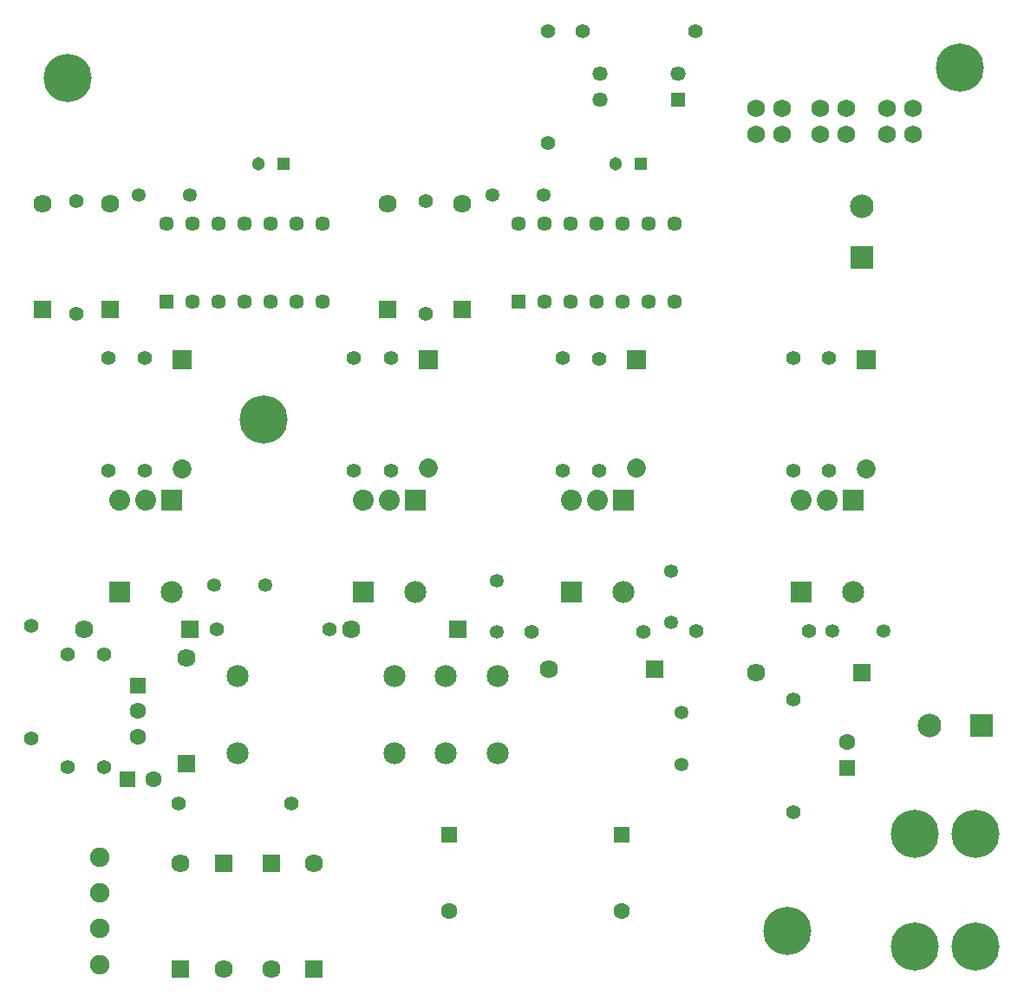
<source format=gbs>
G04*
G04 #@! TF.GenerationSoftware,Altium Limited,Altium Designer,23.8.1 (32)*
G04*
G04 Layer_Color=16711935*
%FSLAX25Y25*%
%MOIN*%
G70*
G04*
G04 #@! TF.SameCoordinates,CA3F4A39-35F6-43B6-803E-031CCE665758*
G04*
G04*
G04 #@! TF.FilePolarity,Negative*
G04*
G01*
G75*
%ADD18C,0.05524*%
%ADD19C,0.06883*%
%ADD20C,0.07500*%
%ADD21R,0.06312X0.06312*%
%ADD22C,0.06312*%
%ADD23R,0.06312X0.06312*%
%ADD24C,0.05328*%
%ADD25C,0.08477*%
%ADD26R,0.07060X0.07060*%
%ADD27C,0.07060*%
%ADD28R,0.07296X0.07296*%
%ADD29C,0.07296*%
%ADD30C,0.08438*%
%ADD31R,0.08438X0.08438*%
%ADD32R,0.08064X0.08064*%
%ADD33C,0.08064*%
%ADD34R,0.05131X0.05131*%
%ADD35C,0.05131*%
%ADD36R,0.09068X0.09068*%
%ADD37C,0.09068*%
%ADD38R,0.07060X0.07060*%
%ADD39C,0.18517*%
%ADD40C,0.05761*%
%ADD41R,0.05761X0.05761*%
%ADD42R,0.05721X0.05721*%
%ADD43C,0.05721*%
%ADD44R,0.09068X0.09068*%
D18*
X303500Y488446D02*
D03*
Y531754D02*
D03*
X219600Y301598D02*
D03*
X176293D02*
D03*
X403954Y300799D02*
D03*
X360646D02*
D03*
X297146Y300700D02*
D03*
X340454D02*
D03*
X397900Y274654D02*
D03*
Y231346D02*
D03*
X134500Y405902D02*
D03*
Y362594D02*
D03*
X148650Y405902D02*
D03*
Y362594D02*
D03*
X161746Y234500D02*
D03*
X205054D02*
D03*
X132900Y248546D02*
D03*
Y291854D02*
D03*
X118900Y248546D02*
D03*
Y291854D02*
D03*
X317092Y531500D02*
D03*
X360399D02*
D03*
X309175Y405826D02*
D03*
Y362519D02*
D03*
X323339Y405751D02*
D03*
Y362444D02*
D03*
X411749Y405902D02*
D03*
Y362594D02*
D03*
X397900Y405902D02*
D03*
Y362594D02*
D03*
X122260Y422846D02*
D03*
Y466154D02*
D03*
X256600Y422854D02*
D03*
Y466161D02*
D03*
X105100Y259546D02*
D03*
Y302854D02*
D03*
X243150Y405902D02*
D03*
Y362594D02*
D03*
X229000Y405902D02*
D03*
Y362594D02*
D03*
D19*
X434016Y502000D02*
D03*
Y492000D02*
D03*
X444016D02*
D03*
Y502000D02*
D03*
X408268D02*
D03*
Y492000D02*
D03*
X418268D02*
D03*
Y502000D02*
D03*
X383764D02*
D03*
Y492000D02*
D03*
X393764D02*
D03*
Y502000D02*
D03*
D20*
X131400Y214079D02*
D03*
Y200300D02*
D03*
Y186520D02*
D03*
Y172741D02*
D03*
D21*
X141900Y243900D02*
D03*
D22*
X151900D02*
D03*
X145921Y270200D02*
D03*
Y260357D02*
D03*
X332000Y193236D02*
D03*
X265500D02*
D03*
X418500Y258400D02*
D03*
D23*
X145921Y280043D02*
D03*
X332000Y222764D02*
D03*
X265500D02*
D03*
X418500Y248400D02*
D03*
D24*
X175157Y318700D02*
D03*
X194843D02*
D03*
X283900Y320343D02*
D03*
Y300657D02*
D03*
X351000Y323843D02*
D03*
Y304157D02*
D03*
X165843Y468500D02*
D03*
X146157D02*
D03*
X302043D02*
D03*
X282357D02*
D03*
X355100Y249757D02*
D03*
Y269443D02*
D03*
X432543Y300799D02*
D03*
X412857D02*
D03*
D25*
X184418Y283464D02*
D03*
Y253936D02*
D03*
X264339Y283464D02*
D03*
Y253936D02*
D03*
X244497Y283464D02*
D03*
Y253936D02*
D03*
X284182Y283464D02*
D03*
Y253936D02*
D03*
D26*
X268894Y301598D02*
D03*
X344594Y286200D02*
D03*
X424394Y284900D02*
D03*
X166000Y301500D02*
D03*
D27*
X228106Y301598D02*
D03*
X303806Y286200D02*
D03*
X383606Y284900D02*
D03*
X164600Y290593D02*
D03*
X197400Y170980D02*
D03*
X213767Y211767D02*
D03*
X162433D02*
D03*
X178800Y170980D02*
D03*
X109260Y465394D02*
D03*
X135260D02*
D03*
X242100D02*
D03*
X270500D02*
D03*
X125213Y301500D02*
D03*
D28*
X163000Y405114D02*
D03*
X337700Y405213D02*
D03*
X425900Y405114D02*
D03*
X257500Y405213D02*
D03*
D29*
X163000Y363382D02*
D03*
X337700Y363480D02*
D03*
X425900Y363382D02*
D03*
X257500Y363480D02*
D03*
D30*
X159000Y315965D02*
D03*
X332600D02*
D03*
X420800D02*
D03*
X252500D02*
D03*
D31*
X139000D02*
D03*
X312600D02*
D03*
X400800D02*
D03*
X232500D02*
D03*
D32*
X159000Y351248D02*
D03*
X420800D02*
D03*
X332600D02*
D03*
X252500D02*
D03*
D33*
X149000D02*
D03*
X139000D02*
D03*
X410800D02*
D03*
X400800D02*
D03*
X322600D02*
D03*
X312600D02*
D03*
X242500D02*
D03*
X232500D02*
D03*
D34*
X339421Y480500D02*
D03*
X202021D02*
D03*
D35*
X329579D02*
D03*
X192179D02*
D03*
D36*
X470143Y264500D02*
D03*
D37*
X450457D02*
D03*
X424400Y464343D02*
D03*
D38*
X164600Y249806D02*
D03*
X197400Y211767D02*
D03*
X213767Y170980D02*
D03*
X162433D02*
D03*
X178800Y211767D02*
D03*
X109260Y424606D02*
D03*
X135260D02*
D03*
X242100D02*
D03*
X270500D02*
D03*
D39*
X468122Y179500D02*
D03*
Y223000D02*
D03*
X194200Y382400D02*
D03*
X119000Y513500D02*
D03*
X395600Y185700D02*
D03*
X462000Y517500D02*
D03*
X444500Y179500D02*
D03*
Y223000D02*
D03*
D40*
X323746Y505300D02*
D03*
Y515300D02*
D03*
X353746D02*
D03*
D41*
Y505300D02*
D03*
D42*
X157000Y427500D02*
D03*
X292300D02*
D03*
D43*
X167000D02*
D03*
X177000D02*
D03*
X187000D02*
D03*
X197000D02*
D03*
X207000D02*
D03*
X217000D02*
D03*
Y457500D02*
D03*
X207000D02*
D03*
X197000D02*
D03*
X187000D02*
D03*
X177000D02*
D03*
X167000D02*
D03*
X157000D02*
D03*
X302300Y427500D02*
D03*
X312300D02*
D03*
X322300D02*
D03*
X332300D02*
D03*
X342300D02*
D03*
X352300D02*
D03*
Y457500D02*
D03*
X342300D02*
D03*
X332300D02*
D03*
X322300D02*
D03*
X312300D02*
D03*
X302300D02*
D03*
X292300D02*
D03*
D44*
X424400Y444657D02*
D03*
M02*

</source>
